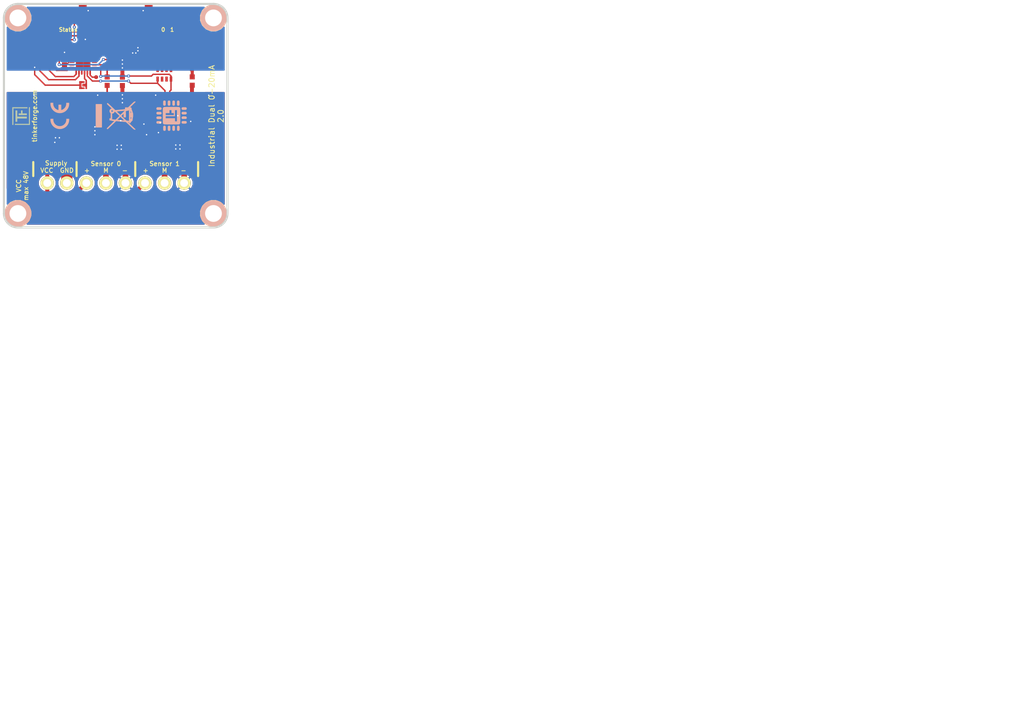
<source format=kicad_pcb>
(kicad_pcb (version 4) (host pcbnew 4.0.7-e2-6376~61~ubuntu18.04.1)
  (title_block (title "Industrial Dual 0-20mA Bricklet") (date 2018-02-22) (rev 2.0) (company "Tinkerforge GmbH") (comment 1 "Licensed under CERN OHL v.1.1") (comment 2 "Copyright (©) 2018, L.Lauer <lukas@tinkerforge.com>"))
  (layers (0 Front signal) (31 Back signal) (34 B.Paste user) (35 F.Paste user) (36 B.SilkS user) (37 F.SilkS user) (38 B.Mask user) (39 F.Mask user) (44 Edge.Cuts user))
  (net 0 "")
  (net 1 +3.3VP)
  (net 2 3V3)
  (net 3 AGND)
  (net 4 GND)
  (net 5 MEASURE)
  (net 6 SCL)
  (net 7 SDA)
  (net 8 "Net-(C5-Pad2)")
  (net 9 "Net-(C6-Pad2)")
  (net 10 "Net-(P1-Pad6)")
  (net 11 "Net-(D1-Pad2)")
  (net 12 "Net-(C3-Pad1)")
  (net 13 "Net-(D2-Pad2)")
  (net 14 "Net-(P1-Pad4)")
  (net 15 "Net-(P1-Pad5)")
  (net 16 "Net-(P2-Pad1)")
  (net 17 "Net-(P3-Pad2)")
  (net 18 "Net-(P4-Pad2)")
  (net 19 "Net-(P4-Pad4)")
  (net 20 "Net-(P4-Pad7)")
  (net 21 "Net-(R1-Pad2)")
  (net 22 S-MISO)
  (net 23 S-MOSI)
  (net 24 S-CLK)
  (net 25 S-CS)
  (net 26 "Net-(D3-Pad2)")
  (net 27 "Net-(RP2-Pad5)")
  (net 28 "Net-(RP2-Pad6)")
  (net 29 "Net-(RP2-Pad8)")
  (net 30 "Net-(D4-Pad2)")
  (net 31 "Net-(P1-Pad1)")
  (net 32 "Net-(RP2-Pad2)")
  (net 33 "Net-(RP2-Pad7)")
  (net 34 "Net-(RP101-Pad2)")
  (net 35 "Net-(RP101-Pad3)")
  (net 36 "Net-(RP101-Pad6)")
  (net 37 "Net-(RP101-Pad7)")
  (net 38 "Net-(U1-Pad2)")
  (net 39 "Net-(U1-Pad3)")
  (net 40 "Net-(U1-Pad4)")
  (net 41 "Net-(U1-Pad5)")
  (net 42 "Net-(U1-Pad6)")
  (net 43 "Net-(U1-Pad7)")
  (net 44 "Net-(U1-Pad8)")
  (net 45 "Net-(U1-Pad11)")
  (net 46 "Net-(U1-Pad15)")
  (net 47 "Net-(U1-Pad21)")
  (net 48 "Net-(U3-Pad10)")
  (module kicad-libraries:Logo_31x31 (layer Front) (at 99.3 59.7 90)
    (fp_text reference G*** hide)
    (fp_text value Logo_31x31 hide)
  )
  (module kicad-libraries:Fiducial_Mark (layer Front) (at 136.3 44.05)
    (fp_text reference Fiducial_Mark hide)
    (fp_text value VAL** hide)
    (pad 1 smd circle (at 0 0) (size 1.00076 1.00076) (layers Front F.Paste F.Mask) (clearance 0.65024))
  )
  (module kicad-libraries:Fiducial_Mark (layer Front) (at 99.2 72.05)
    (fp_text reference Fiducial_Mark hide)
    (fp_text value VAL** hide)
    (pad 1 smd circle (at 0 0) (size 1.00076 1.00076) (layers Front F.Paste F.Mask) (clearance 0.65024))
  )
  (module kicad-libraries:CE_5mm (layer Back) (at 107.8 58.05 90)
    (fp_text reference VAL hide)
    (fp_text value CE_5mm hide)
  )
  (module kicad-libraries:WEEE_7mm (layer Back) (at 117.8 58.05 90)
    (fp_text reference VAL hide)
    (fp_text value WEEE_7mm hide)
  )
  (module kicad-libraries:DEBUG_PAD (layer Front) (at 114.3 51.15)
    (fp_text reference P2)
    (fp_text value DEBUG)
    (pad 1 smd circle (at 0 0) (size 0.7 0.7) (layers Front F.Paste F.Mask) (net 16 "Net-(P2-Pad1)"))
  )
  (module kicad-libraries:SolderJumper (layer Front) (at 111.98 52.58)
    (fp_text reference P3)
    (fp_text value BOOT)
    (pad 2 smd rect (at 0.55 0) (size 0.3 1.4) (layers Front F.Mask) (net 17 "Net-(P3-Pad2)"))
    (pad 2 smd rect (at 0.15 0) (size 0.6 0.5) (layers Front F.Mask) (net 17 "Net-(P3-Pad2)"))
    (pad 1 smd rect (at -0.5 0) (size 0.4 1.4) (layers Front F.Mask) (net 4 GND))
    (pad 1 smd rect (at -0.225 0.55) (size 0.95 0.3) (layers Front F.Mask) (net 4 GND))
    (pad 1 smd rect (at -0.225 -0.55) (size 0.95 0.3) (layers Front F.Mask) (net 4 GND))
  )
  (module kicad-libraries:QFN24-4x4mm-0.5mm (layer Front) (at 111.98 48.2 270)
    (fp_text reference U1)
    (fp_text value XMC11XX24)
    (pad 1 smd oval (at -2.025 -1.25 270) (size 1 0.3) (layers Front F.Paste F.Mask) (net 22 S-MISO))
    (pad 2 smd oval (at -2.025 -0.75 270) (size 1 0.3) (layers Front F.Paste F.Mask) (net 38 "Net-(U1-Pad2)"))
    (pad 3 smd oval (at -2.025 -0.25 270) (size 1 0.3) (layers Front F.Paste F.Mask) (net 39 "Net-(U1-Pad3)"))
    (pad 4 smd oval (at -2.025 0.25 270) (size 1 0.3) (layers Front F.Paste F.Mask) (net 40 "Net-(U1-Pad4)"))
    (pad 5 smd oval (at -2.025 0.75 270) (size 1 0.3) (layers Front F.Paste F.Mask) (net 41 "Net-(U1-Pad5)"))
    (pad 6 smd oval (at -2.025 1.25 270) (size 1 0.3) (layers Front F.Paste F.Mask) (net 42 "Net-(U1-Pad6)"))
    (pad 7 smd oval (at -1.25 2.025) (size 1 0.3) (layers Front F.Paste F.Mask) (net 43 "Net-(U1-Pad7)"))
    (pad 8 smd oval (at -0.75 2.025) (size 1 0.3) (layers Front F.Paste F.Mask) (net 44 "Net-(U1-Pad8)"))
    (pad 9 smd oval (at -0.25 2.025) (size 1 0.3) (layers Front F.Paste F.Mask) (net 4 GND))
    (pad 10 smd oval (at 0.25 2.025) (size 1 0.3) (layers Front F.Paste F.Mask) (net 2 3V3))
    (pad 11 smd oval (at 0.75 2.025) (size 1 0.3) (layers Front F.Paste F.Mask) (net 45 "Net-(U1-Pad11)"))
    (pad 12 smd oval (at 1.25 2.025) (size 1 0.3) (layers Front F.Paste F.Mask) (net 27 "Net-(RP2-Pad5)"))
    (pad 13 smd oval (at 2.025 1.25 270) (size 1 0.3) (layers Front F.Paste F.Mask) (net 28 "Net-(RP2-Pad6)"))
    (pad 14 smd oval (at 2.025 0.75 270) (size 1 0.3) (layers Front F.Paste F.Mask) (net 29 "Net-(RP2-Pad8)"))
    (pad 15 smd oval (at 2.025 0.25 270) (size 1 0.3) (layers Front F.Paste F.Mask) (net 46 "Net-(U1-Pad15)"))
    (pad 16 smd oval (at 2.025 -0.25 270) (size 1 0.3) (layers Front F.Paste F.Mask) (net 17 "Net-(P3-Pad2)"))
    (pad 17 smd oval (at 2.025 -0.75 270) (size 1 0.3) (layers Front F.Paste F.Mask) (net 7 SDA))
    (pad 18 smd oval (at 2.025 -1.25 270) (size 1 0.3) (layers Front F.Paste F.Mask) (net 16 "Net-(P2-Pad1)"))
    (pad 19 smd oval (at 1.25 -2.025) (size 1 0.3) (layers Front F.Paste F.Mask) (net 6 SCL))
    (pad 20 smd oval (at 0.75 -2.025) (size 1 0.3) (layers Front F.Paste F.Mask) (net 21 "Net-(R1-Pad2)"))
    (pad 21 smd oval (at 0.25 -2.025) (size 1 0.3) (layers Front F.Paste F.Mask) (net 47 "Net-(U1-Pad21)"))
    (pad 22 smd oval (at -0.25 -2.025) (size 1 0.3) (layers Front F.Paste F.Mask) (net 25 S-CS))
    (pad 23 smd oval (at -0.75 -2.025) (size 1 0.3) (layers Front F.Paste F.Mask) (net 24 S-CLK))
    (pad 24 smd oval (at -1.25 -2.025) (size 1 0.3) (layers Front F.Paste F.Mask) (net 23 S-MOSI))
    (pad EXP smd rect (at 0.65 0.65 270) (size 1.3 1.3) (layers Front F.Paste F.Mask) (net 4 GND))
    (pad EXP smd rect (at 0.65 -0.65 270) (size 1.3 1.3) (layers Front F.Paste F.Mask) (net 4 GND))
    (pad EXP smd rect (at -0.65 0.65 270) (size 1.3 1.3) (layers Front F.Paste F.Mask) (net 4 GND))
    (pad EXP smd rect (at -0.65 -0.65 270) (size 1.3 1.3) (layers Front F.Paste F.Mask) (net 4 GND))
  )
  (module kicad-libraries:Logo_CoMCU (layer Back) (at 127.8 58.05 90)
    (fp_text reference G*** hide)
    (fp_text value LOGO hide)
  )
  (module kicad-libraries:C0805 (layer Front) (at 120.1 44.6)
    (fp_text reference C1)
    (fp_text value 10uF)
    (pad 1 smd rect (at -1.00076 0) (size 1.00076 1.24968) (layers Front F.Paste F.Mask) (net 2 3V3) (clearance 0.14986))
    (pad 2 smd rect (at 1.00076 0) (size 1.00076 1.24968) (layers Front F.Paste F.Mask) (net 4 GND) (clearance 0.14986))
  )
  (module kicad-libraries:C0603F (layer Front) (at 120.3 46.1)
    (fp_text reference C7)
    (fp_text value 1uF)
    (pad 1 smd rect (at -0.75 0) (size 0.9 0.9) (layers Front F.Paste F.Mask) (net 2 3V3))
    (pad 2 smd rect (at 0.75 0) (size 0.9 0.9) (layers Front F.Paste F.Mask) (net 4 GND))
  )
  (module kicad-libraries:C0603F (layer Front) (at 108.64 48.2 90)
    (fp_text reference C8)
    (fp_text value 100nF)
    (pad 1 smd rect (at -0.75 0 90) (size 0.9 0.9) (layers Front F.Paste F.Mask) (net 2 3V3))
    (pad 2 smd rect (at 0.75 0 90) (size 0.9 0.9) (layers Front F.Paste F.Mask) (net 4 GND))
  )
  (module kicad-libraries:MiniMelf (layer Front) (at 111.45 60.75)
    (fp_text reference D1)
    (fp_text value Z12V)
    (pad 2 smd rect (at -1.69926 0) (size 1.19888 1.6002) (layers Front F.Paste F.Mask) (net 11 "Net-(D1-Pad2)"))
    (pad 1 smd rect (at 1.69926 0) (size 1.19888 1.6002) (layers Front F.Paste F.Mask) (net 3 AGND))
  )
  (module kicad-libraries:D0603F (layer Front) (at 109.3 40.6 270)
    (fp_text reference D2)
    (fp_text value blue)
    (pad 1 smd rect (at -0.75 0 270) (size 0.9 0.9) (layers Front F.Paste F.Mask) (net 2 3V3))
    (pad 2 smd rect (at 0.75 0 270) (size 0.9 0.9) (layers Front F.Paste F.Mask) (net 13 "Net-(D2-Pad2)"))
  )
  (module kicad-libraries:D0603F (layer Front) (at 126.3 40.55 270)
    (fp_text reference D3)
    (fp_text value blue)
    (pad 1 smd rect (at -0.75 0 270) (size 0.9 0.9) (layers Front F.Paste F.Mask) (net 2 3V3))
    (pad 2 smd rect (at 0.75 0 270) (size 0.9 0.9) (layers Front F.Paste F.Mask) (net 26 "Net-(D3-Pad2)"))
  )
  (module kicad-libraries:CON-SENSOR2 (layer Front) (at 117.8 38.05 180)
    (fp_text reference P1)
    (fp_text value CON-SENSOR2)
    (pad 1 smd rect (at -3.75 -4.6 180) (size 0.6 1.8) (layers Front F.Paste F.Mask) (net 31 "Net-(P1-Pad1)"))
    (pad 2 smd rect (at -2.5 -4.6 180) (size 0.6 1.8) (layers Front F.Paste F.Mask) (net 4 GND))
    (pad EP smd rect (at -5.9 -1.2 180) (size 1.4 2.4) (layers Front F.Paste F.Mask) (net 4 GND))
    (pad EP smd rect (at 5.9 -1.2 180) (size 1.4 2.4) (layers Front F.Paste F.Mask) (net 4 GND))
    (pad 3 smd rect (at -1.25 -4.6 180) (size 0.6 1.8) (layers Front F.Paste F.Mask) (net 2 3V3))
    (pad 4 smd rect (at 0 -4.6 180) (size 0.6 1.8) (layers Front F.Paste F.Mask) (net 14 "Net-(P1-Pad4)"))
    (pad 5 smd rect (at 1.25 -4.6 180) (size 0.6 1.8) (layers Front F.Paste F.Mask) (net 15 "Net-(P1-Pad5)"))
    (pad 6 smd rect (at 2.5 -4.6 180) (size 0.6 1.8) (layers Front F.Paste F.Mask) (net 10 "Net-(P1-Pad6)"))
    (pad 7 smd rect (at 3.75 -4.6 180) (size 0.6 1.8) (layers Front F.Paste F.Mask) (net 12 "Net-(C3-Pad1)"))
  )
  (module kicad-libraries:OQ_8P (layer Front) (at 117.8 70.1)
    (fp_text reference P4)
    (fp_text value P-PWR-8GN)
    (pad 2 thru_hole circle (at -8.7503 0) (size 2.4003 2.4003) (drill 1.39954) (layers *.Cu *.Mask F.SilkS) (net 18 "Net-(P4-Pad2)"))
    (pad 3 thru_hole circle (at -5.25018 0) (size 2.4003 2.4003) (drill 1.39954) (layers *.Cu *.Mask F.SilkS) (net 5 MEASURE))
    (pad 4 thru_hole circle (at -1.75006 0) (size 2.4003 2.4003) (drill 1.39954) (layers *.Cu *.Mask F.SilkS) (net 19 "Net-(P4-Pad4)"))
    (pad 1 thru_hole circle (at -12.25042 0) (size 2.4003 2.4003) (drill 1.39954) (layers *.Cu *.Mask F.SilkS) (net 5 MEASURE))
    (pad 5 thru_hole circle (at 1.75006 0) (size 2.4003 2.4003) (drill 1.39954) (layers *.Cu *.Mask F.SilkS) (net 3 AGND))
    (pad 6 thru_hole circle (at 5.25018 0) (size 2.4003 2.4003) (drill 1.39954) (layers *.Cu *.Mask F.SilkS) (net 5 MEASURE))
    (pad 7 thru_hole circle (at 8.7503 0) (size 2.4003 2.4003) (drill 1.39954) (layers *.Cu *.Mask F.SilkS) (net 20 "Net-(P4-Pad7)"))
    (pad 8 thru_hole circle (at 12.25042 0) (size 2.4003 2.4003) (drill 1.39954) (layers *.Cu *.Mask F.SilkS) (net 3 AGND))
  )
  (module kicad-libraries:SOT23GDS (layer Front) (at 108.60024 63.84544)
    (fp_text reference Q1)
    (fp_text value FDN5630)
    (pad S smd rect (at -0.889 -1.016) (size 0.9144 0.9144) (layers Front F.Paste F.Mask) (net 3 AGND))
    (pad G smd rect (at 0.889 -1.016) (size 0.9144 0.9144) (layers Front F.Paste F.Mask) (net 11 "Net-(D1-Pad2)"))
    (pad D smd rect (at 0 1.016) (size 0.9144 0.9144) (layers Front F.Paste F.Mask) (net 18 "Net-(P4-Pad2)"))
  )
  (module kicad-libraries:R0805 (layer Front) (at 128.30048 65.0494)
    (fp_text reference R6)
    (fp_text value 91/25ppm)
    (pad 1 smd rect (at -1.00076 0) (size 1.00076 1.24968) (layers Front F.Paste F.Mask) (net 20 "Net-(P4-Pad7)") (clearance 0.14986))
    (pad 2 smd rect (at 1.00076 0) (size 1.00076 1.24968) (layers Front F.Paste F.Mask) (net 3 AGND) (clearance 0.14986))
  )
  (module kicad-libraries:R0805 (layer Front) (at 117.80012 65.0494)
    (fp_text reference R7)
    (fp_text value 91/25ppm)
    (pad 1 smd rect (at -1.00076 0) (size 1.00076 1.24968) (layers Front F.Paste F.Mask) (net 19 "Net-(P4-Pad4)") (clearance 0.14986))
    (pad 2 smd rect (at 1.00076 0) (size 1.00076 1.24968) (layers Front F.Paste F.Mask) (net 3 AGND) (clearance 0.14986))
  )
  (module kicad-libraries:4X0402 (layer Front) (at 115.75 44.95 180)
    (fp_text reference RP1)
    (fp_text value 82)
    (pad 1 smd rect (at -0.7493 0.575) (size 0.29972 0.65) (layers Front F.Paste F.Mask) (net 14 "Net-(P1-Pad4)"))
    (pad 2 smd rect (at -0.24892 0.575) (size 0.29972 0.65) (layers Front F.Paste F.Mask) (net 15 "Net-(P1-Pad5)"))
    (pad 3 smd rect (at 0.24892 0.575) (size 0.29972 0.65) (layers Front F.Paste F.Mask) (net 10 "Net-(P1-Pad6)"))
    (pad 4 smd rect (at 0.7493 0.575) (size 0.29972 0.65) (layers Front F.Paste F.Mask) (net 12 "Net-(C3-Pad1)"))
    (pad 5 smd rect (at 0.7493 -0.575 180) (size 0.29972 0.65) (layers Front F.Paste F.Mask) (net 22 S-MISO))
    (pad 6 smd rect (at 0.24892 -0.575 180) (size 0.29972 0.65) (layers Front F.Paste F.Mask) (net 23 S-MOSI))
    (pad 7 smd rect (at -0.24892 -0.575 180) (size 0.29972 0.65) (layers Front F.Paste F.Mask) (net 24 S-CLK))
    (pad 8 smd rect (at -0.7493 -0.575 180) (size 0.29972 0.65) (layers Front F.Paste F.Mask) (net 25 S-CS))
  )
  (module kicad-libraries:4X0603 (layer Front) (at 105.4 47.3)
    (fp_text reference RP2)
    (fp_text value 1k)
    (pad 1 smd rect (at -1.19888 -0.8509) (size 0.44958 0.89916) (layers Front F.Paste F.Mask) (net 13 "Net-(D2-Pad2)"))
    (pad 2 smd rect (at -0.39878 -0.8509) (size 0.44958 0.89916) (layers Front F.Paste F.Mask) (net 32 "Net-(RP2-Pad2)"))
    (pad 3 smd rect (at 0.39878 -0.8509) (size 0.44958 0.89916) (layers Front F.Paste F.Mask) (net 26 "Net-(D3-Pad2)"))
    (pad 4 smd rect (at 1.19888 -0.8509) (size 0.44958 0.89916) (layers Front F.Paste F.Mask) (net 30 "Net-(D4-Pad2)"))
    (pad 5 smd rect (at 1.19888 0.8509) (size 0.44958 0.89916) (layers Front F.Paste F.Mask) (net 27 "Net-(RP2-Pad5)"))
    (pad 6 smd rect (at 0.39878 0.8509) (size 0.44958 0.89916) (layers Front F.Paste F.Mask) (net 28 "Net-(RP2-Pad6)"))
    (pad 7 smd rect (at -0.39878 0.8509) (size 0.44958 0.89916) (layers Front F.Paste F.Mask) (net 33 "Net-(RP2-Pad7)"))
    (pad 8 smd rect (at -1.19888 0.8509) (size 0.44958 0.89916) (layers Front F.Paste F.Mask) (net 29 "Net-(RP2-Pad8)"))
  )
  (module kicad-libraries:MSOP10-0.5 (layer Front) (at 126.45 59.825 270)
    (fp_text reference U3)
    (fp_text value MCP3423)
    (pad 1 smd rect (at -1.016 2.2225 270) (size 0.26924 1.00076) (layers Front F.Paste F.Mask) (net 8 "Net-(C5-Pad2)"))
    (pad 2 smd rect (at -0.508 2.2225 270) (size 0.26924 1.00076) (layers Front F.Paste F.Mask) (net 3 AGND))
    (pad 3 smd rect (at 0 2.2225 270) (size 0.26924 1.00076) (layers Front F.Paste F.Mask) (net 3 AGND))
    (pad 4 smd rect (at 0.508 2.2225 270) (size 0.26924 1.00076) (layers Front F.Paste F.Mask) (net 9 "Net-(C6-Pad2)"))
    (pad 5 smd rect (at 1.016 2.2225 270) (size 0.26924 1.00076) (layers Front F.Paste F.Mask) (net 3 AGND))
    (pad 6 smd rect (at 1.016 -2.2225 270) (size 0.26924 1.00076) (layers Front F.Paste F.Mask) (net 1 +3.3VP))
    (pad 7 smd rect (at 0.508 -2.2225 270) (size 0.26924 1.00076) (layers Front F.Paste F.Mask) (net 7 SDA))
    (pad 8 smd rect (at 0 -2.2225 270) (size 0.26924 1.00076) (layers Front F.Paste F.Mask) (net 6 SCL))
    (pad 9 smd rect (at -0.508 -2.2225 270) (size 0.26924 1.00076) (layers Front F.Paste F.Mask) (net 3 AGND))
    (pad 10 smd rect (at -1.016 -2.2225 270) (size 0.26924 1.00076) (layers Front F.Paste F.Mask) (net 48 "Net-(U3-Pad10)"))
  )
  (module kicad-libraries:DRILL_NP (layer Front) (at 100.3 75.55)
    (fp_text reference U4 hide)
    (fp_text value DRILL hide)
    (pad "" np_thru_hole circle (at 0 0) (size 2.99974 2.99974) (drill 2.99974) (layers *.Cu *.Mask F.SilkS) (clearance 0.89916))
  )
  (module kicad-libraries:DRILL_NP (layer Front) (at 135.3 75.55)
    (fp_text reference U5 hide)
    (fp_text value DRILL hide)
    (pad "" np_thru_hole circle (at 0 0) (size 2.99974 2.99974) (drill 2.99974) (layers *.Cu *.Mask F.SilkS) (clearance 0.89916))
  )
  (module kicad-libraries:DRILL_NP (layer Front) (at 135.3 40.55)
    (fp_text reference U6 hide)
    (fp_text value DRILL hide)
    (pad "" np_thru_hole circle (at 0 0) (size 2.99974 2.99974) (drill 2.99974) (layers *.Cu *.Mask F.SilkS) (clearance 0.89916))
  )
  (module kicad-libraries:DRILL_NP (layer Front) (at 100.3 40.55)
    (fp_text reference U7 hide)
    (fp_text value DRILL hide)
    (pad "" np_thru_hole circle (at 0 0) (size 2.99974 2.99974) (drill 2.99974) (layers *.Cu *.Mask F.SilkS) (clearance 0.89916))
  )
  (module kicad-libraries:D0603F (layer Front) (at 127.9 40.55 270)
    (fp_text reference D4)
    (fp_text value blue)
    (pad 1 smd rect (at -0.75 0 270) (size 0.9 0.9) (layers Front F.Paste F.Mask) (net 2 3V3))
    (pad 2 smd rect (at 0.75 0 270) (size 0.9 0.9) (layers Front F.Paste F.Mask) (net 30 "Net-(D4-Pad2)"))
  )
  (module kicad-libraries:4X0603 (layer Front) (at 126.5 50.65)
    (fp_text reference RP101)
    (fp_text value 2k2)
    (pad 1 smd rect (at -1.19888 -0.8509) (size 0.44958 0.89916) (layers Front F.Paste F.Mask) (net 2 3V3))
    (pad 2 smd rect (at -0.39878 -0.8509) (size 0.44958 0.89916) (layers Front F.Paste F.Mask) (net 34 "Net-(RP101-Pad2)"))
    (pad 3 smd rect (at 0.39878 -0.8509) (size 0.44958 0.89916) (layers Front F.Paste F.Mask) (net 35 "Net-(RP101-Pad3)"))
    (pad 4 smd rect (at 1.19888 -0.8509) (size 0.44958 0.89916) (layers Front F.Paste F.Mask) (net 2 3V3))
    (pad 5 smd rect (at 1.19888 0.8509) (size 0.44958 0.89916) (layers Front F.Paste F.Mask) (net 6 SCL))
    (pad 6 smd rect (at 0.39878 0.8509) (size 0.44958 0.89916) (layers Front F.Paste F.Mask) (net 36 "Net-(RP101-Pad6)"))
    (pad 7 smd rect (at -0.39878 0.8509) (size 0.44958 0.89916) (layers Front F.Paste F.Mask) (net 37 "Net-(RP101-Pad7)"))
    (pad 8 smd rect (at -1.19888 0.8509) (size 0.44958 0.89916) (layers Front F.Paste F.Mask) (net 7 SDA))
  )
  (module kicad-libraries:C0603F (layer Front) (at 132.25 54.475 180)
    (fp_text reference C2)
    (fp_text value 1µF)
    (pad 1 smd rect (at -0.75 0 180) (size 0.9 0.9) (layers Front F.Paste F.Mask) (net 3 AGND))
    (pad 2 smd rect (at 0.75 0 180) (size 0.9 0.9) (layers Front F.Paste F.Mask) (net 1 +3.3VP))
  )
  (module kicad-libraries:C0402F (layer Front) (at 113.45 44.4 180)
    (fp_text reference C3)
    (fp_text value 220pF)
    (pad 2 smd rect (at 0.5 0 180) (size 0.6 0.7) (layers Front F.Paste F.Mask) (net 4 GND))
    (pad 1 smd rect (at -0.5 0 180) (size 0.6 0.7) (layers Front F.Paste F.Mask) (net 12 "Net-(C3-Pad1)"))
  )
  (module kicad-libraries:C0603F (layer Front) (at 130.2 59.9 90)
    (fp_text reference C4)
    (fp_text value 100nF)
    (pad 1 smd rect (at -0.75 0 90) (size 0.9 0.9) (layers Front F.Paste F.Mask) (net 1 +3.3VP))
    (pad 2 smd rect (at 0.75 0 90) (size 0.9 0.9) (layers Front F.Paste F.Mask) (net 3 AGND))
  )
  (module kicad-libraries:C0603F (layer Front) (at 120.25 58.95)
    (fp_text reference C5)
    (fp_text value 100nF)
    (pad 1 smd rect (at -0.75 0) (size 0.9 0.9) (layers Front F.Paste F.Mask) (net 3 AGND))
    (pad 2 smd rect (at 0.75 0) (size 0.9 0.9) (layers Front F.Paste F.Mask) (net 8 "Net-(C5-Pad2)"))
  )
  (module kicad-libraries:C0603F (layer Front) (at 120.35 63.45 90)
    (fp_text reference C6)
    (fp_text value 100nF)
    (pad 1 smd rect (at -0.75 0 90) (size 0.9 0.9) (layers Front F.Paste F.Mask) (net 3 AGND))
    (pad 2 smd rect (at 0.75 0 90) (size 0.9 0.9) (layers Front F.Paste F.Mask) (net 9 "Net-(C6-Pad2)"))
  )
  (module kicad-libraries:C0603F (layer Front) (at 131.5 51.85 90)
    (fp_text reference FB1)
    (fp_text value FB)
    (pad 1 smd rect (at -0.75 0 90) (size 0.9 0.9) (layers Front F.Paste F.Mask) (net 1 +3.3VP))
    (pad 2 smd rect (at 0.75 0 90) (size 0.9 0.9) (layers Front F.Paste F.Mask) (net 2 3V3))
  )
  (module kicad-libraries:C0603F (layer Front) (at 119 51.9 90)
    (fp_text reference FB2)
    (fp_text value FB)
    (pad 1 smd rect (at -0.75 0 90) (size 0.9 0.9) (layers Front F.Paste F.Mask) (net 3 AGND))
    (pad 2 smd rect (at 0.75 0 90) (size 0.9 0.9) (layers Front F.Paste F.Mask) (net 4 GND))
  )
  (module kicad-libraries:R0603F (layer Front) (at 117.075 48.975 180)
    (fp_text reference R1)
    (fp_text value 1k)
    (pad 1 smd rect (at -0.75 0 180) (size 0.9 0.9) (layers Front F.Paste F.Mask) (net 4 GND))
    (pad 2 smd rect (at 0.75 0 180) (size 0.9 0.9) (layers Front F.Paste F.Mask) (net 21 "Net-(R1-Pad2)"))
  )
  (module kicad-libraries:R0603F (layer Front) (at 116.275 51.875 90)
    (fp_text reference R2)
    (fp_text value 6k8)
    (pad 1 smd rect (at -0.75 0 90) (size 0.9 0.9) (layers Front F.Paste F.Mask) (net 5 MEASURE))
    (pad 2 smd rect (at 0.75 0 90) (size 0.9 0.9) (layers Front F.Paste F.Mask) (net 21 "Net-(R1-Pad2)"))
  )
  (module kicad-libraries:R0603F (layer Front) (at 120.25122 60.39866 180)
    (fp_text reference R4)
    (fp_text value 1k)
    (pad 1 smd rect (at -0.75 0 180) (size 0.9 0.9) (layers Front F.Paste F.Mask) (net 8 "Net-(C5-Pad2)"))
    (pad 2 smd rect (at 0.75 0 180) (size 0.9 0.9) (layers Front F.Paste F.Mask) (net 19 "Net-(P4-Pad4)"))
  )
  (module kicad-libraries:R0603F (layer Front) (at 121.80062 63.4492 270)
    (fp_text reference R5)
    (fp_text value 1k)
    (pad 1 smd rect (at -0.75 0 270) (size 0.9 0.9) (layers Front F.Paste F.Mask) (net 9 "Net-(C6-Pad2)"))
    (pad 2 smd rect (at 0.75 0 270) (size 0.9 0.9) (layers Front F.Paste F.Mask) (net 20 "Net-(P4-Pad7)"))
  )
  (module kicad-libraries:R0603F (layer Front) (at 107 60.75)
    (fp_text reference R8)
    (fp_text value 100k)
    (pad 1 smd rect (at -0.75 0) (size 0.9 0.9) (layers Front F.Paste F.Mask) (net 5 MEASURE))
    (pad 2 smd rect (at 0.75 0) (size 0.9 0.9) (layers Front F.Paste F.Mask) (net 11 "Net-(D1-Pad2)"))
  )
  (gr_text 1 (at 127.9 42.65) (layer F.SilkS) (effects (font (size 0.7 0.7))))
  (gr_text 0 (at 126.3 42.65) (layer F.SilkS) (effects (font (size 0.7 0.7))))
  (gr_text Status (at 109.3 42.65) (layer F.SilkS) (effects (font (size 0.7 0.7))))
  (gr_text "+    M    -" (at 126.55042 67.84848) (layer F.SilkS) (effects (font (size 0.8001 0.8001) (thickness 0.14986))))
  (gr_text "+    M    -" (at 116.05006 67.84848) (layer F.SilkS) (effects (font (size 0.8001 0.8001) (thickness 0.14986))))
  (gr_text "VCC  GND" (at 107.29976 67.84848) (layer F.SilkS) (effects (font (size 0.8001 0.8001) (thickness 0.14986))))
  (gr_text "Sensor 1" (at 126.55042 66.6496) (layer F.SilkS) (effects (font (size 0.8001 0.8001) (thickness 0.14986))))
  (gr_text "Sensor 0" (at 116.05006 66.6496) (layer F.SilkS) (effects (font (size 0.8001 0.8001) (thickness 0.14986))))
  (gr_text Supply (at 107.1499 66.548) (layer F.SilkS) (effects (font (size 0.8001 0.8001) (thickness 0.14986))))
  (gr_line (start 132.5499 68.84924) (end 132.5499 66.34988) (angle 90) (layer F.SilkS) (width 0.381))
  (gr_line (start 121.30024 68.84924) (end 121.30024 66.34988) (angle 90) (layer F.SilkS) (width 0.381))
  (gr_line (start 110.79988 68.84924) (end 110.79988 66.34988) (angle 90) (layer F.SilkS) (width 0.381))
  (gr_line (start 103.05034 68.84924) (end 103.05034 66.34988) (angle 90) (layer F.SilkS) (width 0.381))
  (gr_text "VCC\nmax 48V" (at 101.1 70.6 90) (layer F.SilkS) (effects (font (size 0.8001 0.8001) (thickness 0.14986))))
  (gr_text tinkerforge.com (at 103.3 58.1 90) (layer F.SilkS) (effects (font (size 0.8001 0.8001) (thickness 0.14986))))
  (gr_text "Industrial Dual 0-20mA\n2.0\n" (at 135.8 58.1 90) (layer F.SilkS) (effects (font (size 1 1))))
  (gr_arc (start 100.29952 40.5511) (end 97.80016 40.5511) (angle 90) (layer Edge.Cuts) (width 0.381))
  (gr_arc (start 100.29952 75.54976) (end 100.29952 78.04912) (angle 90) (layer Edge.Cuts) (width 0.381))
  (gr_arc (start 135.29818 75.54976) (end 137.80008 75.54976) (angle 90) (layer Edge.Cuts) (width 0.381))
  (gr_arc (start 135.29818 40.5511) (end 135.29818 38.0492) (angle 90) (layer Edge.Cuts) (width 0.381))
  (gr_line (start 97.80016 40.5511) (end 97.80016 75.54976) (angle 90) (layer Edge.Cuts) (width 0.381))
  (gr_line (start 135.30072 38.0492) (end 100.29952 38.0492) (angle 90) (layer Edge.Cuts) (width 0.381))
  (gr_line (start 137.80262 75.54976) (end 137.80262 40.5511) (angle 90) (layer Edge.Cuts) (width 0.381))
  (gr_line (start 100.29952 78.04912) (end 135.30072 78.04912) (angle 90) (layer Edge.Cuts) (width 0.381))
  (segment (start 131.4499 54.475) (end 131.4499 52.6502) (width 0.70104) (layer Front) (net 1))
  (segment (start 128.6725 60.841) (end 130.0591 60.841) (width 0.29972) (layer Front) (net 1))
  (segment (start 130.2 60.7001) (end 131.3749 60.7001) (width 0.29972) (layer Front) (net 1))
  (segment (start 130.0591 60.841) (end 130.2 60.7001) (width 0.29972) (layer Front) (net 1))
  (segment (start 131.3749 60.7001) (end 132.025 60.05) (width 0.29972) (layer Front) (net 1))
  (segment (start 132.025 60.05) (end 132.025 56.25) (width 0.29972) (layer Front) (net 1))
  (segment (start 132.025 56.25) (end 131.475 55.7) (width 0.29972) (layer Front) (net 1))
  (segment (start 131.4499 52.6502) (end 131.475 52.6251) (width 0.70104) (layer Front) (net 1))
  (segment (start 131.475 55.7) (end 131.475 52.6251) (width 0.29972) (layer Front) (net 1))
  (segment (start 127.69888 49.7991) (end 127.69888 49.04888) (width 0.25) (layer Front) (net 2))
  (segment (start 127.2 48.55) (end 125.9 48.55) (width 0.25) (layer Front) (net 2))
  (segment (start 127.69888 49.04888) (end 127.2 48.55) (width 0.25) (layer Front) (net 2))
  (segment (start 125.30112 49.7991) (end 125.30112 49.14888) (width 0.25) (layer Front) (net 2))
  (segment (start 126.9 47.55) (end 126.9 47.62) (width 0.25) (layer Front) (net 2))
  (segment (start 126.83 47.62) (end 126.9 47.55) (width 0.25) (layer Front) (net 2))
  (segment (start 125.30112 49.14888) (end 125.9 48.55) (width 0.25) (layer Front) (net 2))
  (segment (start 125.9 48.55) (end 126.83 47.62) (width 0.25) (layer Front) (net 2))
  (segment (start 107.7 46.3) (end 109.55 44.45) (width 0.25) (layer Front) (net 2))
  (segment (start 110.4 44.45) (end 110.4 42.2) (width 0.25) (layer Back) (net 2))
  (via (at 110.4 44.45) (size 0.55) (drill 0.25) (layers Front Back) (net 2))
  (segment (start 109.55 44.45) (end 110.4 44.45) (width 0.25) (layer Front) (net 2))
  (segment (start 126.3 39.8) (end 127.9 39.8) (width 0.25) (layer Front) (net 2))
  (segment (start 130.5 41.55) (end 128.75 39.8) (width 0.25) (layer Front) (net 2))
  (segment (start 128.75 39.8) (end 127.9 39.8) (width 0.25) (layer Front) (net 2))
  (segment (start 129.09 47.62) (end 130.5 46.21) (width 0.25) (layer Front) (net 2))
  (segment (start 130.5 46.21) (end 130.5 41.55) (width 0.25) (layer Front) (net 2))
  (segment (start 109.3 39.85) (end 110.25 39.85) (width 0.25) (layer Front) (net 2))
  (segment (start 107.7 46.3) (end 107.7 48.9) (width 0.25) (layer Front) (net 2))
  (via (at 110.4 42.2) (size 0.55) (drill 0.25) (layers Front Back) (net 2))
  (segment (start 110.4 40) (end 110.4 42.2) (width 0.25) (layer Front) (net 2))
  (segment (start 110.25 39.85) (end 110.4 40) (width 0.25) (layer Front) (net 2))
  (segment (start 119.55 46.1) (end 118.5 46.1) (width 0.25) (layer Front) (net 2))
  (segment (start 107.75 48.95) (end 108.64 48.95) (width 0.25) (layer Front) (net 2))
  (segment (start 107.7 48.9) (end 107.75 48.95) (width 0.25) (layer Front) (net 2))
  (via (at 107.7 48.9) (size 0.55) (drill 0.25) (layers Front Back) (net 2))
  (segment (start 114.7 48.9) (end 107.7 48.9) (width 0.25) (layer Back) (net 2))
  (segment (start 115.6 48) (end 114.7 48.9) (width 0.25) (layer Back) (net 2))
  (via (at 115.6 48) (size 0.55) (drill 0.25) (layers Front Back) (net 2))
  (segment (start 116.6 48) (end 115.6 48) (width 0.25) (layer Front) (net 2))
  (segment (start 118.5 46.1) (end 116.6 48) (width 0.25) (layer Front) (net 2))
  (segment (start 131.5 51.0499) (end 131.5 50.03) (width 0.55) (layer Front) (net 2))
  (segment (start 119.55 47.03) (end 119.55 46.1) (width 0.55) (layer Front) (net 2))
  (segment (start 120.14 47.62) (end 119.55 47.03) (width 0.55) (layer Front) (net 2))
  (segment (start 129.09 47.62) (end 126.9 47.62) (width 0.55) (layer Front) (net 2))
  (segment (start 126.9 47.62) (end 126.28 47.62) (width 0.55) (layer Front) (net 2))
  (segment (start 126.28 47.62) (end 120.14 47.62) (width 0.55) (layer Front) (net 2))
  (segment (start 131.5 50.03) (end 129.09 47.62) (width 0.55) (layer Front) (net 2))
  (segment (start 109.955 48.45) (end 109.45 48.45) (width 0.2) (layer Front) (net 2))
  (segment (start 109.45 48.45) (end 108.95 48.95) (width 0.2) (layer Front) (net 2))
  (segment (start 108.95 48.95) (end 108.64 48.95) (width 0.2) (layer Front) (net 2))
  (segment (start 119.09924 44.6) (end 119.09924 45.04924) (width 0.5) (layer Front) (net 2))
  (segment (start 119.09924 45.04924) (end 119.55 45.5) (width 0.5) (layer Front) (net 2))
  (segment (start 119.55 45.5) (end 119.55 46.1) (width 0.5) (layer Front) (net 2))
  (segment (start 119.05 42.65) (end 119.05 44.55076) (width 0.5) (layer Front) (net 2))
  (segment (start 119.05 44.55076) (end 119.09924 44.6) (width 0.5) (layer Front) (net 2))
  (segment (start 130.35 54.4) (end 124.975 54.4) (width 0.25) (layer Back) (net 3))
  (via (at 124.95 54.375) (size 0.70104) (layers Front Back) (net 3))
  (segment (start 124.975 54.4) (end 124.95 54.375) (width 0.25) (layer Back) (net 3))
  (segment (start 128.925 58.05) (end 130.8 58.05) (width 0.14986) (layer Front) (net 3))
  (segment (start 131.2001 59.0999) (end 131.225 59.075) (width 0.29972) (layer Front) (net 3))
  (via (at 131.225 59.075) (size 0.70104) (layers Front Back) (net 3))
  (segment (start 131.2001 59.0999) (end 130.2 59.0999) (width 0.29972) (layer Front) (net 3))
  (segment (start 131.225 58.475) (end 131.225 59.075) (width 0.14986) (layer Front) (net 3))
  (segment (start 130.8 58.05) (end 131.225 58.475) (width 0.14986) (layer Front) (net 3))
  (segment (start 128.6725 58.3025) (end 128.925 58.05) (width 0.29972) (layer Front) (net 3))
  (via (at 128.925 58.05) (size 0.70104) (layers Front Back) (net 3))
  (segment (start 119.4499 58.95) (end 118.7 58.95) (width 0.70104) (layer Front) (net 3))
  (segment (start 118.8 63.35) (end 118.8 59.05) (width 0.50038) (layer Back) (net 3))
  (via (at 118.8 63.35) (size 0.70104) (layers Front Back) (net 3))
  (segment (start 118.8 59.05) (end 118.7 58.95) (width 0.50038) (layer Back) (net 3))
  (segment (start 118.7 58.95) (end 115.175 58.95) (width 0.29972) (layer Back) (net 3))
  (segment (start 123.325 61.45) (end 121.2 61.45) (width 0.29972) (layer Back) (net 3))
  (segment (start 121.2 61.45) (end 118.7 58.95) (width 0.29972) (layer Back) (net 3))
  (via (at 123.325 61.45) (size 0.70104) (layers Front Back) (net 3))
  (via (at 118.7 58.95) (size 0.70104) (layers Front Back) (net 3))
  (via (at 114.075 60.05) (size 0.70104) (layers Front Back) (net 3))
  (segment (start 115.175 58.95) (end 114.075 60.05) (width 0.29972) (layer Back) (net 3))
  (segment (start 114.075 60.05) (end 114.075 60.75) (width 0.70104) (layer Front) (net 3))
  (segment (start 134.45 54.4) (end 133.1251 54.4) (width 0.70104) (layer Front) (net 3))
  (via (at 134.45 54.4) (size 0.70104) (layers Front Back) (net 3))
  (segment (start 130.35 54.4) (end 134.45 54.4) (width 0.29972) (layer Back) (net 3))
  (segment (start 133.1251 54.4) (end 133.0501 54.475) (width 0.70104) (layer Front) (net 3))
  (segment (start 122.85 59.55) (end 127.425 59.55) (width 0.50038) (layer Back) (net 3))
  (segment (start 123.083 59.317) (end 122.85 59.55) (width 0.29972) (layer Front) (net 3))
  (via (at 122.85 59.55) (size 0.70104) (layers Front Back) (net 3))
  (segment (start 124.2275 59.317) (end 123.083 59.317) (width 0.29972) (layer Front) (net 3))
  (segment (start 127.425 59.55) (end 128.925 58.05) (width 0.50038) (layer Back) (net 3))
  (segment (start 118.80088 63.35088) (end 118.8 63.35) (width 0.70104) (layer Front) (net 3))
  (segment (start 118.80088 64.04864) (end 118.80088 63.35088) (width 0.70104) (layer Front) (net 3))
  (segment (start 106.9 62.825) (end 112.7 62.825) (width 0.50038) (layer Back) (net 3))
  (via (at 114.075 61.45) (size 0.70104) (layers Front Back) (net 3))
  (segment (start 114.075 60.75) (end 114.075 61.45) (width 0.70104) (layer Front) (net 3))
  (via (at 114.075 60.75) (size 0.70104) (layers Front Back) (net 3))
  (segment (start 106.90444 62.82944) (end 106.9 62.825) (width 0.70104) (layer Front) (net 3))
  (via (at 106.9 62.825) (size 0.70104) (layers Front Back) (net 3))
  (segment (start 106.90444 62.82944) (end 107.71124 62.82944) (width 0.70104) (layer Front) (net 3))
  (segment (start 112.7 62.825) (end 114.075 61.45) (width 0.50038) (layer Back) (net 3))
  (segment (start 107.025 62) (end 107.725 62) (width 0.70104) (layer Front) (net 3))
  (via (at 107.025 62) (size 0.70104) (layers Front Back) (net 3))
  (segment (start 107.71124 62.01376) (end 107.71124 62.82944) (width 0.70104) (layer Front) (net 3))
  (via (at 107.725 62) (size 0.70104) (layers Front Back) (net 3))
  (segment (start 107.71124 62.01376) (end 107.725 62) (width 0.70104) (layer Front) (net 3))
  (segment (start 130.35 54.4) (end 130.35 56.625) (width 0.29972) (layer Back) (net 3))
  (segment (start 130.35 56.625) (end 128.925 58.05) (width 0.29972) (layer Back) (net 3))
  (segment (start 128.55 63.3) (end 128.55 58.425) (width 0.29972) (layer Back) (net 3))
  (segment (start 128.5494 63.3006) (end 128.55 63.3) (width 0.70104) (layer Front) (net 3))
  (via (at 128.55 63.3) (size 0.70104) (layers Front Back) (net 3))
  (via (at 128.5494 64.00038) (size 0.70104) (layers Front Back) (net 3))
  (segment (start 128.5494 64.00038) (end 129.30124 64.00038) (width 0.70104) (layer Front) (net 3))
  (segment (start 128.5494 64.00038) (end 128.5494 63.3006) (width 0.70104) (layer Front) (net 3))
  (segment (start 128.55 58.425) (end 128.925 58.05) (width 0.29972) (layer Back) (net 3))
  (segment (start 124.2275 60.841) (end 123.934 60.841) (width 0.29972) (layer Front) (net 3))
  (segment (start 123.934 60.841) (end 123.325 61.45) (width 0.29972) (layer Front) (net 3))
  (segment (start 124.9 54.325) (end 119 54.325) (width 0.29972) (layer Front) (net 3))
  (segment (start 124.9 54.325) (end 124.95 54.375) (width 0.29972) (layer Front) (net 3))
  (segment (start 114.575 54.375) (end 103.2 54.375) (width 0.29972) (layer Back) (net 3))
  (segment (start 114.625 54.325) (end 114.575 54.375) (width 0.29972) (layer Back) (net 3))
  (via (at 114.575 54.375) (size 0.70104) (layers Front Back) (net 3))
  (via (at 119 54.325) (size 0.70104) (layers Front Back) (net 3))
  (segment (start 119 54.325) (end 114.625 54.325) (width 0.29972) (layer Back) (net 3))
  (via (at 103.175 54.4) (size 0.70104) (layers Front Back) (net 3))
  (segment (start 103.2 54.375) (end 103.175 54.4) (width 0.29972) (layer Back) (net 3))
  (segment (start 129.30124 64.00038) (end 129.30124 63.30124) (width 0.70104) (layer Front) (net 3))
  (segment (start 129.30124 63.30124) (end 129.3 63.3) (width 0.70104) (layer Front) (net 3))
  (via (at 129.3 63.3) (size 0.70104) (layers Front Back) (net 3))
  (segment (start 129.30124 65.0494) (end 129.30124 64.00038) (width 0.70104) (layer Front) (net 3))
  (via (at 129.30124 64.00038) (size 0.70104) (layers Front Back) (net 3))
  (segment (start 129.30124 64.00038) (end 129.30086 64) (width 0.70104) (layer Back) (net 3))
  (segment (start 129.30086 64) (end 129.3 64) (width 0.70104) (layer Back) (net 3))
  (segment (start 118.04904 64.04864) (end 118.04904 63.35096) (width 0.70104) (layer Front) (net 3))
  (segment (start 118.80088 64.04864) (end 118.04904 64.04864) (width 0.70104) (layer Front) (net 3))
  (via (at 118.04904 64.04864) (size 0.70104) (layers Front Back) (net 3))
  (via (at 118.05 63.35) (size 0.70104) (layers Front Back) (net 3))
  (segment (start 118.04904 63.35096) (end 118.05 63.35) (width 0.70104) (layer Front) (net 3))
  (segment (start 118.80088 65.0494) (end 118.80088 64.04864) (width 0.70104) (layer Front) (net 3))
  (via (at 118.80088 64.04864) (size 0.70104) (layers Front Back) (net 3))
  (segment (start 118.8 64.04952) (end 118.8 64.05) (width 0.70104) (layer Back) (net 3))
  (segment (start 118.80088 64.04864) (end 118.8 64.04952) (width 0.70104) (layer Back) (net 3))
  (segment (start 119 55.725) (end 119 55.025) (width 0.70104) (layer Front) (net 3))
  (via (at 119 55.025) (size 0.70104) (layers Front Back) (net 3))
  (segment (start 119 55.025) (end 119 54.325) (width 0.70104) (layer Front) (net 3))
  (via (at 119 55.725) (size 0.70104) (layers Front Back) (net 3))
  (segment (start 124.2275 59.825) (end 124.2275 59.317) (width 0.29972) (layer Front) (net 3))
  (segment (start 124.2275 60.841) (end 125.216 60.841) (width 0.29972) (layer Front) (net 3))
  (via (at 125.45 61.075) (size 0.70104) (layers Front Back) (net 3))
  (segment (start 125.216 60.841) (end 125.45 61.075) (width 0.29972) (layer Front) (net 3))
  (segment (start 124.2275 59.317) (end 125.767 59.317) (width 0.29972) (layer Front) (net 3))
  (via (at 125.775 59.325) (size 0.70104) (layers Front Back) (net 3))
  (segment (start 125.767 59.317) (end 125.775 59.325) (width 0.29972) (layer Front) (net 3))
  (segment (start 128.6725 59.317) (end 129.9829 59.317) (width 0.29972) (layer Front) (net 3))
  (segment (start 120.35028 64.2493) (end 119.60098 64.2493) (width 0.70104) (layer Front) (net 3))
  (segment (start 130.05054 70.05066) (end 130.05054 65.7987) (width 1.00076) (layer Front) (net 3))
  (segment (start 119.55018 70.05066) (end 119.55018 65.7987) (width 1.00076) (layer Front) (net 3))
  (segment (start 130.05054 65.7987) (end 129.30124 65.0494) (width 1.00076) (layer Front) (net 3))
  (segment (start 119.55018 65.7987) (end 118.80088 65.0494) (width 1.00076) (layer Front) (net 3))
  (segment (start 119.60098 64.2493) (end 118.80088 65.0494) (width 0.70104) (layer Front) (net 3))
  (segment (start 129.9829 59.317) (end 130.2 59.0999) (width 0.29972) (layer Front) (net 3))
  (segment (start 119 54.325) (end 119 52.6751) (width 0.70104) (layer Front) (net 3))
  (segment (start 114.075 60.75) (end 113.12426 60.75) (width 0.70104) (layer Front) (net 3))
  (segment (start 112.95 44.4) (end 112.37 44.4) (width 0.55) (layer Front) (net 4))
  (via (at 112.37 44.4) (size 0.55) (drill 0.25) (layers Front Back) (net 4))
  (segment (start 111.48 52.58) (end 105.18 52.58) (width 0.25) (layer Front) (net 4))
  (via (at 103.3 49.4) (size 0.55) (drill 0.25) (layers Front Back) (net 4))
  (segment (start 103.3 50.7) (end 103.3 49.4) (width 0.25) (layer Front) (net 4))
  (segment (start 105.18 52.58) (end 103.3 50.7) (width 0.25) (layer Front) (net 4))
  (segment (start 111.48 52.58) (end 111.48 52.16) (width 0.25) (layer Front) (net 4))
  (segment (start 111.48 52.16) (end 111.6 52.04) (width 0.25) (layer Front) (net 4))
  (segment (start 111.6 52.04) (end 111.93 52.04) (width 0.25) (layer Front) (net 4))
  (segment (start 111.93 52.04) (end 111.755 52.03) (width 0.25) (layer Front) (net 4))
  (segment (start 111.755 53.13) (end 111.62 53.13) (width 0.25) (layer Front) (net 4))
  (segment (start 111.62 53.13) (end 111.48 52.99) (width 0.25) (layer Front) (net 4))
  (segment (start 111.48 52.99) (end 111.48 52.53) (width 0.25) (layer Front) (net 4))
  (segment (start 111.48 52.53) (end 111.48 52.58) (width 0.25) (layer Front) (net 4))
  (segment (start 108.64 47.45) (end 108.64 46.72) (width 0.55) (layer Front) (net 4))
  (via (at 108.64 46.72) (size 0.55) (drill 0.25) (layers Front Back) (net 4))
  (segment (start 111.9 39.25) (end 112.88 39.25) (width 0.55) (layer Front) (net 4))
  (via (at 112.88 39.25) (size 0.55) (drill 0.25) (layers Front Back) (net 4))
  (segment (start 123.7 39.25) (end 122.72 39.25) (width 0.55) (layer Front) (net 4))
  (via (at 122.72 39.25) (size 0.55) (drill 0.25) (layers Front Back) (net 4))
  (segment (start 109.955 47.95) (end 109.42 47.95) (width 0.2) (layer Front) (net 4))
  (segment (start 109.42 47.95) (end 108.92 47.45) (width 0.2) (layer Front) (net 4))
  (segment (start 108.92 47.45) (end 108.64 47.45) (width 0.2) (layer Front) (net 4))
  (segment (start 111.33 47.55) (end 111.33 48.85) (width 0.2) (layer Front) (net 4))
  (segment (start 111.33 47.55) (end 112.63 47.55) (width 0.2) (layer Front) (net 4))
  (segment (start 112.63 47.55) (end 112.63 48.85) (width 0.2) (layer Front) (net 4))
  (segment (start 112.63 48.85) (end 111.33 48.85) (width 0.2) (layer Front) (net 4))
  (segment (start 109.955 47.95) (end 110.93 47.95) (width 0.2) (layer Front) (net 4))
  (segment (start 110.93 47.95) (end 111.33 47.55) (width 0.2) (layer Front) (net 4))
  (via (at 121.78 45.88) (size 0.55) (drill 0.25) (layers Front Back) (net 4))
  (segment (start 120.84 46.83) (end 120.84 46.31) (width 0.55) (layer Front) (net 4))
  (via (at 120.84 46.83) (size 0.55) (drill 0.25) (layers Front Back) (net 4))
  (segment (start 120.84 46.31) (end 121.05 46.1) (width 0.55) (layer Front) (net 4))
  (segment (start 121.78 46.43) (end 121.78 45.88) (width 0.55) (layer Front) (net 4))
  (segment (start 121.56 46.1) (end 121.78 45.88) (width 0.55) (layer Front) (net 4))
  (segment (start 121.56 46.1) (end 121.05 46.1) (width 0.55) (layer Front) (net 4))
  (via (at 121.78 46.43) (size 0.55) (drill 0.25) (layers Front Back) (net 4))
  (segment (start 121.4 46.83) (end 121.4 46.81) (width 0.55) (layer Front) (net 4))
  (segment (start 121.78 46.43) (end 121.45 46.1) (width 0.55) (layer Front) (net 4))
  (via (at 121.4 46.83) (size 0.55) (drill 0.25) (layers Front Back) (net 4))
  (segment (start 121.05 46.62) (end 121.05 46.1) (width 0.55) (layer Front) (net 4))
  (segment (start 121.05 46.62) (end 120.84 46.83) (width 0.55) (layer Front) (net 4))
  (segment (start 120.84 46.83) (end 121.4 46.83) (width 0.55) (layer Front) (net 4))
  (segment (start 121.4 46.81) (end 121.78 46.43) (width 0.55) (layer Front) (net 4))
  (segment (start 121.05 46.48) (end 121.4 46.83) (width 0.55) (layer Front) (net 4))
  (segment (start 121.05 46.1) (end 121.45 46.1) (width 0.55) (layer Front) (net 4))
  (segment (start 121.10076 44.6) (end 121.10076 46.04924) (width 0.5) (layer Front) (net 4))
  (segment (start 121.10076 46.04924) (end 121.05 46.1) (width 0.5) (layer Front) (net 4))
  (segment (start 120.3 42.65) (end 120.3 44.3) (width 0.5) (layer Front) (net 4))
  (segment (start 120.6 44.6) (end 121.10076 44.6) (width 0.5) (layer Front) (net 4))
  (segment (start 120.3 44.3) (end 120.6 44.6) (width 0.5) (layer Front) (net 4))
  (segment (start 119 49.5) (end 119 51.0749) (width 0.70104) (layer Front) (net 4))
  (via (at 119 49.5) (size 0.70104) (layers Front Back) (net 4))
  (segment (start 119 48.8) (end 119 49.5) (width 0.70104) (layer Front) (net 4))
  (via (at 119 48.8) (size 0.70104) (layers Front Back) (net 4))
  (segment (start 119 48.1) (end 119 48.8) (width 0.70104) (layer Front) (net 4))
  (via (at 119 48.1) (size 0.70104) (layers Front Back) (net 4))
  (segment (start 119 48.8) (end 118.0501 48.8) (width 0.29972) (layer Front) (net 4))
  (segment (start 118.0501 48.8) (end 117.8751 48.975) (width 0.29972) (layer Front) (net 4))
  (segment (start 105.5497 70.05066) (end 105.5497 61.4002) (width 0.70104) (layer Front) (net 5))
  (segment (start 105.5497 61.4002) (end 106.1999 60.75) (width 0.70104) (layer Front) (net 5))
  (segment (start 110.1006 72.5) (end 120.60096 72.5) (width 0.70104) (layer Front) (net 5))
  (segment (start 120.60096 72.5) (end 123.0503 70.05066) (width 0.70104) (layer Front) (net 5))
  (segment (start 105.5497 70.05066) (end 105.5497 71.5997) (width 0.70104) (layer Front) (net 5))
  (segment (start 110.1006 72.5) (end 112.54994 70.05066) (width 0.70104) (layer Front) (net 5))
  (segment (start 106.45 72.5) (end 110.1006 72.5) (width 0.70104) (layer Front) (net 5))
  (segment (start 105.5497 71.5997) (end 106.45 72.5) (width 0.70104) (layer Front) (net 5))
  (segment (start 106.1999 58.6501) (end 106.1999 60.75) (width 0.29972) (layer Front) (net 5))
  (segment (start 116.275 52.6751) (end 116.275 54.925) (width 0.29972) (layer Front) (net 5))
  (segment (start 116.275 54.925) (end 115 56.2) (width 0.29972) (layer Front) (net 5))
  (segment (start 115 56.2) (end 108.65 56.2) (width 0.29972) (layer Front) (net 5))
  (segment (start 108.65 56.2) (end 106.1999 58.6501) (width 0.29972) (layer Front) (net 5))
  (segment (start 127.46 59.43) (end 127.46 53.69) (width 0.25) (layer Front) (net 6))
  (segment (start 127.46 59.43) (end 127.855 59.825) (width 0.25) (layer Front) (net 6))
  (segment (start 128.6725 59.825) (end 127.855 59.825) (width 0.25) (layer Front) (net 6))
  (segment (start 127.69888 53.45112) (end 127.69888 51.5009) (width 0.25) (layer Front) (net 6))
  (segment (start 127.46 53.69) (end 127.69888 53.45112) (width 0.25) (layer Front) (net 6))
  (segment (start 115.12 51.03) (end 115.2 50.95) (width 0.25) (layer Back) (net 6))
  (segment (start 114.65 49.45) (end 115.12 49.92) (width 0.25) (layer Front) (net 6))
  (segment (start 115.12 49.92) (end 115.12 51.03) (width 0.25) (layer Front) (net 6))
  (via (at 115.12 51.03) (size 0.55) (drill 0.25) (layers Front Back) (net 6))
  (segment (start 114.005 49.45) (end 114.65 49.45) (width 0.25) (layer Front) (net 6))
  (segment (start 127.69888 50.94888) (end 127.69888 51.5009) (width 0.25) (layer Front) (net 6))
  (segment (start 127.4 50.65) (end 127.69888 50.94888) (width 0.25) (layer Front) (net 6))
  (segment (start 124.5 50.65) (end 127.4 50.65) (width 0.25) (layer Front) (net 6))
  (segment (start 124.2 50.95) (end 124.5 50.65) (width 0.25) (layer Front) (net 6))
  (segment (start 120.1 50.95) (end 124.2 50.95) (width 0.25) (layer Front) (net 6))
  (via (at 120.1 50.95) (size 0.55) (drill 0.25) (layers Front Back) (net 6))
  (segment (start 115.2 50.95) (end 120.1 50.95) (width 0.25) (layer Back) (net 6))
  (segment (start 125.3 52.25) (end 120.5 52.25) (width 0.25) (layer Front) (net 7))
  (via (at 120.1 51.85) (size 0.55) (drill 0.25) (layers Front Back) (net 7))
  (segment (start 120.5 52.25) (end 120.1 51.85) (width 0.25) (layer Front) (net 7))
  (segment (start 126.62 59.53) (end 126.62 53.57) (width 0.25) (layer Front) (net 7))
  (segment (start 126.62 59.53) (end 127.423 60.333) (width 0.25) (layer Front) (net 7))
  (segment (start 128.6725 60.333) (end 127.423 60.333) (width 0.25) (layer Front) (net 7))
  (segment (start 126.62 53.57) (end 125.3 52.25) (width 0.25) (layer Front) (net 7))
  (segment (start 113.64 51.85) (end 115.1 51.85) (width 0.25) (layer Front) (net 7))
  (via (at 115.1 51.85) (size 0.55) (drill 0.25) (layers Front Back) (net 7))
  (segment (start 115.1 51.85) (end 120.1 51.85) (width 0.25) (layer Back) (net 7))
  (segment (start 112.73 50.225) (end 112.73 50.94) (width 0.25) (layer Front) (net 7))
  (segment (start 112.73 50.94) (end 113.64 51.85) (width 0.25) (layer Front) (net 7))
  (segment (start 125.3 52.25) (end 125.3 51.50202) (width 0.25) (layer Front) (net 7))
  (segment (start 125.3 51.50202) (end 125.30112 51.5009) (width 0.25) (layer Front) (net 7))
  (segment (start 124.2275 58.809) (end 121.1911 58.809) (width 0.29972) (layer Front) (net 8))
  (segment (start 121.1911 58.809) (end 121.0501 58.95) (width 0.29972) (layer Front) (net 8))
  (segment (start 121.05132 60.39866) (end 121.05132 58.94832) (width 0.70104) (layer Front) (net 8))
  (segment (start 121.80062 62.6491) (end 120.35028 62.6491) (width 0.70104) (layer Front) (net 9))
  (segment (start 124.2275 60.333) (end 123.317 60.333) (width 0.29972) (layer Front) (net 9))
  (segment (start 121.80062 61.84938) (end 121.80062 62.6491) (width 0.29972) (layer Front) (net 9))
  (segment (start 123.317 60.333) (end 121.80062 61.84938) (width 0.29972) (layer Front) (net 9))
  (segment (start 115.3 42.65) (end 115.3 43.65) (width 0.2) (layer Front) (net 10))
  (segment (start 115.50108 43.85108) (end 115.50108 44.375) (width 0.2) (layer Front) (net 10))
  (segment (start 115.3 43.65) (end 115.50108 43.85108) (width 0.2) (layer Front) (net 10))
  (segment (start 109.48924 60.9865) (end 109.72574 60.75) (width 0.70104) (layer Front) (net 11))
  (segment (start 109.48924 62.82944) (end 109.48924 60.9865) (width 0.70104) (layer Front) (net 11))
  (segment (start 107.8001 60.75) (end 109.72574 60.75) (width 0.70104) (layer Front) (net 11))
  (segment (start 114.1 44.4) (end 114.9757 44.4) (width 0.2) (layer Front) (net 12))
  (segment (start 114.9757 44.4) (end 115.0007 44.375) (width 0.2) (layer Front) (net 12))
  (segment (start 114.05 42.65) (end 114.05 44.35) (width 0.2) (layer Front) (net 12))
  (segment (start 114.05 44.35) (end 114.1 44.4) (width 0.2) (layer Front) (net 12))
  (segment (start 104.20112 46.4491) (end 104.20112 45.59888) (width 0.25) (layer Front) (net 13))
  (segment (start 109.3 41.9) (end 109.3 41.35) (width 0.25) (layer Front) (net 13))
  (segment (start 108.9 42.3) (end 109.3 41.9) (width 0.25) (layer Front) (net 13))
  (segment (start 107.5 42.3) (end 108.9 42.3) (width 0.25) (layer Front) (net 13))
  (segment (start 104.20112 45.59888) (end 107.5 42.3) (width 0.25) (layer Front) (net 13))
  (segment (start 116.4993 44.375) (end 116.4993 44.04548) (width 0.2) (layer Front) (net 14))
  (segment (start 117.8 43.6) (end 117.8 42.65) (width 0.2) (layer Front) (net 14))
  (segment (start 117.55 43.85) (end 117.8 43.6) (width 0.2) (layer Front) (net 14))
  (segment (start 116.69478 43.85) (end 117.55 43.85) (width 0.2) (layer Front) (net 14))
  (segment (start 116.4993 44.04548) (end 116.69478 43.85) (width 0.2) (layer Front) (net 14))
  (segment (start 116.55 42.65) (end 116.55 43.5) (width 0.2) (layer Front) (net 15))
  (segment (start 116.55 43.5) (end 116.3 43.75) (width 0.2) (layer Front) (net 15))
  (segment (start 116.3 43.75) (end 116.15 43.75) (width 0.2) (layer Front) (net 15))
  (segment (start 116.15 43.75) (end 115.99892 43.90108) (width 0.2) (layer Front) (net 15))
  (segment (start 115.99892 43.90108) (end 115.99892 44.375) (width 0.2) (layer Front) (net 15))
  (segment (start 113.23 50.225) (end 113.23 50.78) (width 0.25) (layer Front) (net 16))
  (segment (start 113.6 51.15) (end 114.3 51.15) (width 0.25) (layer Front) (net 16))
  (segment (start 113.23 50.78) (end 113.6 51.15) (width 0.25) (layer Front) (net 16))
  (segment (start 112.53 52.58) (end 112.53 51.73) (width 0.25) (layer Front) (net 17))
  (segment (start 112.23 51.43) (end 112.23 50.225) (width 0.25) (layer Front) (net 17))
  (segment (start 112.53 51.73) (end 112.23 51.43) (width 0.25) (layer Front) (net 17))
  (segment (start 112.13 52.58) (end 112.53 52.58) (width 0.25) (layer Front) (net 17))
  (segment (start 109.04982 65.31102) (end 108.60024 64.86144) (width 1.99898) (layer Front) (net 18))
  (segment (start 109.04982 70.05066) (end 109.04982 65.31102) (width 1.99898) (layer Front) (net 18))
  (segment (start 118.60022 60.39866) (end 116.79936 62.19952) (width 0.70104) (layer Front) (net 19))
  (segment (start 116.05006 65.7987) (end 116.79936 65.0494) (width 1.00076) (layer Front) (net 19))
  (segment (start 116.79936 62.19952) (end 116.79936 65.0494) (width 0.70104) (layer Front) (net 19))
  (segment (start 119.45112 60.39866) (end 118.60022 60.39866) (width 0.70104) (layer Front) (net 19))
  (segment (start 116.05006 70.05066) (end 116.05006 65.7987) (width 1.00076) (layer Front) (net 19))
  (segment (start 126.55042 70.05066) (end 126.55042 65.7987) (width 1.00076) (layer Front) (net 20))
  (segment (start 122.60072 65.0494) (end 121.80062 64.2493) (width 0.70104) (layer Front) (net 20))
  (segment (start 127.29972 65.0494) (end 122.60072 65.0494) (width 0.70104) (layer Front) (net 20))
  (segment (start 126.55042 65.7987) (end 127.29972 65.0494) (width 1.00076) (layer Front) (net 20))
  (segment (start 114.005 48.95) (end 116.2499 48.95) (width 0.25) (layer Front) (net 21))
  (segment (start 116.2499 48.95) (end 116.2749 48.975) (width 0.25) (layer Front) (net 21))
  (segment (start 116.275 51.0749) (end 116.275 48.9751) (width 0.29972) (layer Front) (net 21))
  (segment (start 116.275 48.9751) (end 116.2749 48.975) (width 0.29972) (layer Front) (net 21))
  (segment (start 115.0007 45.525) (end 113.35 45.525) (width 0.2) (layer Front) (net 22))
  (segment (start 113.23 45.645) (end 113.23 46.175) (width 0.2) (layer Front) (net 22))
  (segment (start 113.35 45.525) (end 113.23 45.645) (width 0.2) (layer Front) (net 22))
  (segment (start 115.50108 45.525) (end 115.50108 46.06892) (width 0.2) (layer Front) (net 23))
  (segment (start 114.62 46.95) (end 114.005 46.95) (width 0.2) (layer Front) (net 23))
  (segment (start 115.50108 46.06892) (end 114.62 46.95) (width 0.2) (layer Front) (net 23))
  (segment (start 115.99892 45.525) (end 115.99892 46.14108) (width 0.2) (layer Front) (net 24))
  (segment (start 114.69 47.45) (end 114.005 47.45) (width 0.2) (layer Front) (net 24))
  (segment (start 115.99892 46.14108) (end 114.69 47.45) (width 0.2) (layer Front) (net 24))
  (segment (start 116.4993 45.525) (end 116.4993 46.1507) (width 0.2) (layer Front) (net 25))
  (segment (start 114.7 47.95) (end 114.005 47.95) (width 0.2) (layer Front) (net 25))
  (segment (start 116.4993 46.1507) (end 114.7 47.95) (width 0.2) (layer Front) (net 25))
  (segment (start 105.79878 46.4491) (end 105.79878 45.75122) (width 0.25) (layer Front) (net 26))
  (segment (start 123.25 41.3) (end 126.3 41.3) (width 0.25) (layer Front) (net 26))
  (segment (start 122.5 40.55) (end 123.25 41.3) (width 0.25) (layer Front) (net 26))
  (segment (start 113.3 40.55) (end 122.5 40.55) (width 0.25) (layer Front) (net 26))
  (segment (start 110.8 43.05) (end 113.3 40.55) (width 0.25) (layer Front) (net 26))
  (segment (start 108.5 43.05) (end 110.8 43.05) (width 0.25) (layer Front) (net 26))
  (segment (start 105.79878 45.75122) (end 108.5 43.05) (width 0.25) (layer Front) (net 26))
  (segment (start 109.955 49.45) (end 109.6 49.45) (width 0.25) (layer Front) (net 27))
  (segment (start 109.6 49.45) (end 109.1 49.95) (width 0.25) (layer Front) (net 27))
  (segment (start 106.59888 49.34888) (end 106.59888 48.1509) (width 0.25) (layer Front) (net 27))
  (segment (start 107.2 49.95) (end 106.59888 49.34888) (width 0.25) (layer Front) (net 27))
  (segment (start 109.1 49.95) (end 107.2 49.95) (width 0.25) (layer Front) (net 27))
  (segment (start 109.955 49.45) (end 109.55 49.45) (width 0.25) (layer Front) (net 27))
  (segment (start 109.955 49.45) (end 109.65 49.45) (width 0.25) (layer Front) (net 27))
  (segment (start 110.73 50.225) (end 110.73 50.62) (width 0.25) (layer Front) (net 28))
  (segment (start 110.73 50.62) (end 110.3 51.05) (width 0.25) (layer Front) (net 28))
  (segment (start 105.79878 49.84878) (end 105.79878 48.1509) (width 0.25) (layer Front) (net 28))
  (segment (start 107 51.05) (end 105.79878 49.84878) (width 0.25) (layer Front) (net 28))
  (segment (start 110.3 51.05) (end 107 51.05) (width 0.25) (layer Front) (net 28))
  (segment (start 110.73 50.225) (end 110.73 50.57) (width 0.25) (layer Front) (net 28))
  (segment (start 111.23 50.225) (end 111.23 50.97) (width 0.25) (layer Front) (net 29))
  (segment (start 104.20112 50.00112) (end 104.20112 48.1509) (width 0.25) (layer Front) (net 29))
  (segment (start 105.8 51.6) (end 104.20112 50.00112) (width 0.25) (layer Front) (net 29))
  (segment (start 110.6 51.6) (end 105.8 51.6) (width 0.25) (layer Front) (net 29))
  (segment (start 111.23 50.97) (end 110.6 51.6) (width 0.25) (layer Front) (net 29))
  (segment (start 127.9 41.85) (end 127.2 42.55) (width 0.25) (layer Front) (net 30))
  (segment (start 123.6 42.55) (end 122.2 41.15) (width 0.25) (layer Front) (net 30))
  (segment (start 127.2 42.55) (end 123.6 42.55) (width 0.25) (layer Front) (net 30))
  (segment (start 106.49888 46.0491) (end 108.79798 43.75) (width 0.25) (layer Front) (net 30))
  (segment (start 127.9 41.85) (end 127.9 41.3) (width 0.25) (layer Front) (net 30))
  (segment (start 113.6 41.15) (end 122.2 41.15) (width 0.25) (layer Front) (net 30))
  (segment (start 111 43.75) (end 113.6 41.15) (width 0.25) (layer Front) (net 30))
  (segment (start 108.79798 43.75) (end 111 43.75) (width 0.25) (layer Front) (net 30))
  (zone (net 3) (net_name AGND) (layer Front) (connect_pads (clearance 0.29972)) (min_thickness 0.254) (fill yes (arc_segments 16) (thermal_gap 0.29972) (thermal_bridge_width 0.29972))
    (polygon (pts (xy 137.80008 78.04912) (xy 137.80008 53.79974) (xy 97.80016 53.79974) (xy 97.80016 78.04912)))
  )
  (zone (net 4) (net_name GND) (layer Back) (connect_pads (clearance 0.29972)) (min_thickness 0.254) (fill yes (arc_segments 16) (thermal_gap 0.29972) (thermal_bridge_width 0.29972))
    (polygon (pts (xy 137.80008 49.9999) (xy 137.80008 38.0492) (xy 97.80016 38.0492) (xy 97.80016 49.9999)))
  )
  (zone (net 3) (net_name AGND) (layer Back) (connect_pads (clearance 0.29972)) (min_thickness 0.254) (fill yes (arc_segments 16) (thermal_gap 0.29972) (thermal_bridge_width 0.29972))
    (polygon (pts (xy 137.80008 78.04912) (xy 137.80008 53.79974) (xy 97.80016 53.79974) (xy 97.80016 78.04912)))
  )
)
</source>
